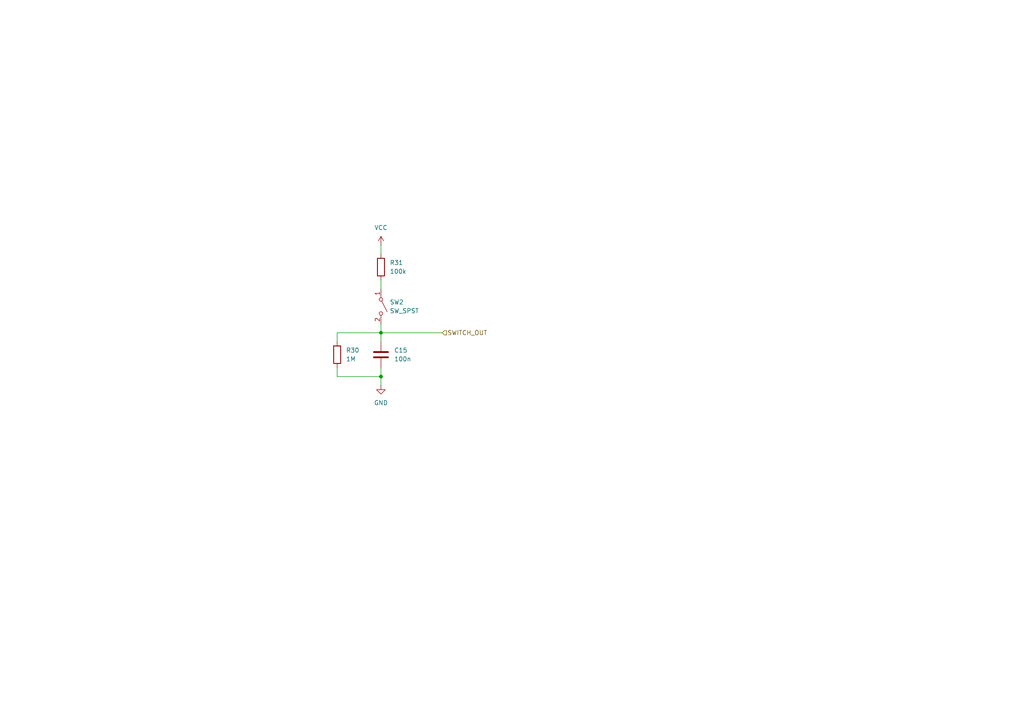
<source format=kicad_sch>
(kicad_sch (version 20231120) (generator "eeschema") (generator_version "8.0")
  (paper "A4")
  (lib_symbols
    (symbol "Device:C" (pin_numbers hide) (pin_names (offset 0.254))
      (property "Reference" "C" (at 0.635 2.54 0))
      (property "Value" "C" (at 0.635 -2.54 0))
      (symbol "C_0_1"
        (polyline (pts (xy -2.032 -0.762) (xy 2.032 -0.762)) (stroke (width 0.508)))
        (polyline (pts (xy -2.032 0.762) (xy 2.032 0.762)) (stroke (width 0.508)))
      )
      (symbol "C_1_1"
        (pin passive line (at 0 3.81 270) (length 2.794) (name "~") (number "1"))
        (pin passive line (at 0 -3.81 90) (length 2.794) (name "~") (number "2"))
      )
    )
    (symbol "Device:R" (pin_numbers hide) (pin_names (offset 0))
      (property "Reference" "R" (at 2.032 0 90))
      (property "Value" "R" (at 0 0 90))
      (symbol "R_0_1"
        (rectangle (start -1.016 -2.54) (end 1.016 2.54) (stroke (width 0.254)))
      )
      (symbol "R_1_1"
        (pin passive line (at 0 3.81 270) (length 1.27) (name "~") (number "1"))
        (pin passive line (at 0 -3.81 90) (length 1.27) (name "~") (number "2"))
      )
    )
    (symbol "Switch:SW_SPST" (pin_names (offset 0) hide)
      (property "Reference" "SW" (at 0 3.175 0))
      (property "Value" "SW_SPST" (at 0 -2.54 0))
      (symbol "SW_SPST_0_0"
        (circle (center -2.032 0) (radius 0.508))
        (polyline (pts (xy -1.524 0.254) (xy 1.524 1.778)))
        (circle (center 2.032 0) (radius 0.508))
      )
      (symbol "SW_SPST_1_1"
        (pin passive line (at -5.08 0 0) (length 2.54) (name "A") (number "1"))
        (pin passive line (at 5.08 0 180) (length 2.54) (name "B") (number "2"))
      )
    )
    (symbol "power:GND" (power) (pin_numbers hide) (pin_names (offset 0) hide)
      (property "Value" "GND" (at 0 -3.81 0))
      (symbol "GND_0_1"
        (polyline (pts (xy 0 0) (xy 0 -1.27) (xy 1.27 -1.27) (xy 0 -2.54) (xy -1.27 -1.27) (xy 0 -1.27)))
      )
      (symbol "GND_1_1"
        (pin power_in line (at 0 0 270) (length 0) (name "~") (number "1"))
      )
    )
    (symbol "power:VCC" (power) (pin_numbers hide) (pin_names (offset 0) hide)
      (property "Value" "VCC" (at 0 3.556 0))
      (symbol "VCC_0_1"
        (polyline (pts (xy -0.762 1.27) (xy 0 2.54)))
        (polyline (pts (xy 0 0) (xy 0 2.54)))
        (polyline (pts (xy 0 2.54) (xy 0.762 1.27)))
      )
      (symbol "VCC_1_1"
        (pin power_in line (at 0 0 90) (length 0) (name "~") (number "1"))
      )
    )
  )
  (junction (at 110.49 109.22))
  (junction (at 110.49 96.52))
  (wire (pts (xy 110.49 71.12) (xy 110.49 73.66)))
  (wire (pts (xy 110.49 96.52) (xy 128.27 96.52)))
  (wire (pts (xy 97.79 109.22) (xy 110.49 109.22)))
  (wire (pts (xy 97.79 96.52) (xy 97.79 99.06)))
  (wire (pts (xy 110.49 106.68) (xy 110.49 109.22)))
  (wire (pts (xy 110.49 81.28) (xy 110.49 83.82)))
  (wire (pts (xy 110.49 96.52) (xy 97.79 96.52)))
  (wire (pts (xy 110.49 109.22) (xy 110.49 111.76)))
  (wire (pts (xy 110.49 93.98) (xy 110.49 96.52)))
  (wire (pts (xy 97.79 106.68) (xy 97.79 109.22)))
  (wire (pts (xy 110.49 96.52) (xy 110.49 99.06)))
  (hierarchical_label "SWITCH_OUT" (shape input) (at 128.27 96.52 0))
  (symbol (lib_id "power:GND") (at 110.49 111.76 0) (unit 1)
    (property "Reference" "#PWR37" (effects (hide yes)))
    (property "Value" "GND" (at 110.49 116.84 0))
    (property "Description" "Power symbol creates a global label with name \"GND\" , ground" (effects (hide yes)))
  )
  (symbol (lib_id "power:VCC") (at 110.49 71.12 0) (unit 1)
    (property "Reference" "#PWR36" (effects (hide yes)))
    (property "Value" "VCC" (at 110.49 66.04 0))
    (property "Description" "Power symbol creates a global label with name \"VCC\"" (effects (hide yes)))
  )
  (symbol (lib_id "Device:R") (at 110.49 77.47 0) (unit 1)
    (property "Reference" "R31" (at 113.03 76.1999 0) (effects (justify left)))
    (property "Value" "100k" (at 113.03 78.7399 0) (effects (justify left)))
    (property "Description" "Resistor" (effects (hide yes)))
  )
  (symbol (lib_id "Switch:SW_SPST") (at 110.49 88.9 270) (unit 1)
    (property "Reference" "SW2" (at 113.03 87.6299 90) (effects (justify left)))
    (property "Value" "SW_SPST" (at 113.03 90.1699 90) (effects (justify left)))
    (property "Description" "Single Pole Single Throw (SPST) switch" (effects (hide yes)))
  )
  (symbol (lib_id "Device:R") (at 97.79 102.87 0) (unit 1)
    (property "Reference" "R30" (at 100.33 101.5999 0) (effects (justify left)))
    (property "Value" "1M" (at 100.33 104.1399 0) (effects (justify left)))
    (property "Description" "Resistor" (effects (hide yes)))
  )
  (symbol (lib_id "Device:C") (at 110.49 102.87 0) (unit 1)
    (property "Reference" "C15" (at 114.3 101.5999 0) (effects (justify left)))
    (property "Value" "100n" (at 114.3 104.1399 0) (effects (justify left)))
    (property "Description" "Unpolarized capacitor" (effects (hide yes)))
  )
)
</source>
